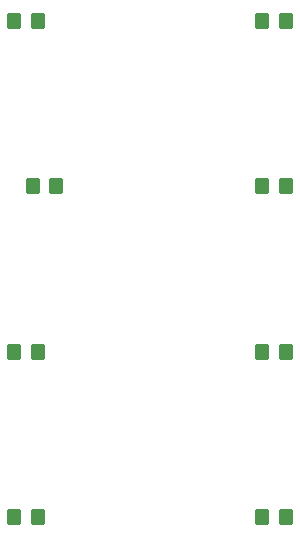
<source format=gbp>
G04 #@! TF.GenerationSoftware,KiCad,Pcbnew,8.0.5*
G04 #@! TF.CreationDate,2025-02-12T16:10:39+08:00*
G04 #@! TF.ProjectId,arduino_solar_bikelight_1,61726475-696e-46f5-9f73-6f6c61725f62,rev?*
G04 #@! TF.SameCoordinates,Original*
G04 #@! TF.FileFunction,Paste,Bot*
G04 #@! TF.FilePolarity,Positive*
%FSLAX46Y46*%
G04 Gerber Fmt 4.6, Leading zero omitted, Abs format (unit mm)*
G04 Created by KiCad (PCBNEW 8.0.5) date 2025-02-12 16:10:39*
%MOMM*%
%LPD*%
G01*
G04 APERTURE LIST*
G04 Aperture macros list*
%AMRoundRect*
0 Rectangle with rounded corners*
0 $1 Rounding radius*
0 $2 $3 $4 $5 $6 $7 $8 $9 X,Y pos of 4 corners*
0 Add a 4 corners polygon primitive as box body*
4,1,4,$2,$3,$4,$5,$6,$7,$8,$9,$2,$3,0*
0 Add four circle primitives for the rounded corners*
1,1,$1+$1,$2,$3*
1,1,$1+$1,$4,$5*
1,1,$1+$1,$6,$7*
1,1,$1+$1,$8,$9*
0 Add four rect primitives between the rounded corners*
20,1,$1+$1,$2,$3,$4,$5,0*
20,1,$1+$1,$4,$5,$6,$7,0*
20,1,$1+$1,$6,$7,$8,$9,0*
20,1,$1+$1,$8,$9,$2,$3,0*%
G04 Aperture macros list end*
%ADD10RoundRect,0.250000X-0.350000X-0.450000X0.350000X-0.450000X0.350000X0.450000X-0.350000X0.450000X0*%
G04 APERTURE END LIST*
D10*
X152445000Y-85395000D03*
X154445000Y-85395000D03*
X171870000Y-71395000D03*
X173870000Y-71395000D03*
X171870000Y-113395000D03*
X173870000Y-113395000D03*
X150870000Y-71395000D03*
X152870000Y-71395000D03*
X150870000Y-113395000D03*
X152870000Y-113395000D03*
X150870000Y-99395000D03*
X152870000Y-99395000D03*
X171870000Y-99395000D03*
X173870000Y-99395000D03*
X171870000Y-85395000D03*
X173870000Y-85395000D03*
M02*

</source>
